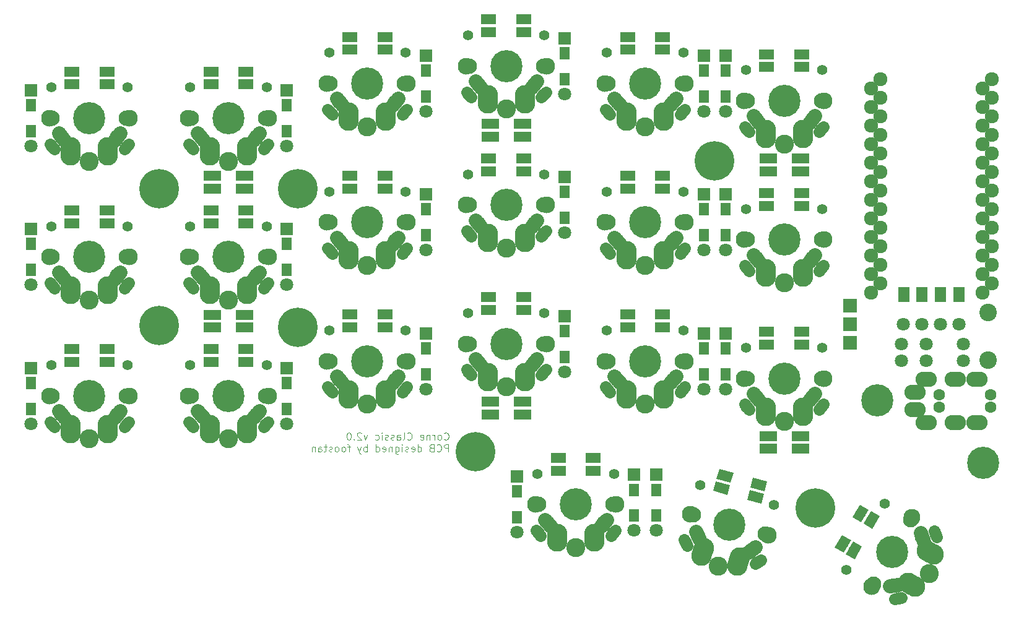
<source format=gbr>
G04 #@! TF.GenerationSoftware,KiCad,Pcbnew,(5.1.4)-1*
G04 #@! TF.CreationDate,2023-05-14T15:43:17-04:00*
G04 #@! TF.ProjectId,corne-classic,636f726e-652d-4636-9c61-737369632e6b,1.1*
G04 #@! TF.SameCoordinates,Original*
G04 #@! TF.FileFunction,Soldermask,Bot*
G04 #@! TF.FilePolarity,Negative*
%FSLAX46Y46*%
G04 Gerber Fmt 4.6, Leading zero omitted, Abs format (unit mm)*
G04 Created by KiCad (PCBNEW (5.1.4)-1) date 2023-05-14 15:43:17*
%MOMM*%
%LPD*%
G04 APERTURE LIST*
%ADD10C,0.125000*%
%ADD11C,1.797000*%
%ADD12O,2.900000X2.100000*%
%ADD13C,1.600000*%
%ADD14R,2.400000X1.400000*%
%ADD15C,1.650000*%
%ADD16C,1.650000*%
%ADD17C,4.400000*%
%ADD18C,2.300000*%
%ADD19C,2.600000*%
%ADD20C,2.800000*%
%ADD21C,1.950000*%
%ADD22C,1.950000*%
%ADD23C,2.100000*%
%ADD24C,1.400000*%
%ADD25C,1.924000*%
%ADD26R,2.000000X1.400000*%
%ADD27C,0.100000*%
%ADD28R,1.797000X1.797000*%
%ADD29R,1.350000X1.700000*%
%ADD30R,1.543000X1.035000*%
%ADD31R,1.924000X1.924000*%
%ADD32C,5.400000*%
%ADD33C,2.400000*%
G04 APERTURE END LIST*
D10*
X118509226Y-121044642D02*
X118556845Y-121092261D01*
X118699702Y-121139880D01*
X118794940Y-121139880D01*
X118937797Y-121092261D01*
X119033035Y-120997023D01*
X119080654Y-120901785D01*
X119128273Y-120711309D01*
X119128273Y-120568452D01*
X119080654Y-120377976D01*
X119033035Y-120282738D01*
X118937797Y-120187500D01*
X118794940Y-120139880D01*
X118699702Y-120139880D01*
X118556845Y-120187500D01*
X118509226Y-120235119D01*
X117937797Y-121139880D02*
X118033035Y-121092261D01*
X118080654Y-121044642D01*
X118128273Y-120949404D01*
X118128273Y-120663690D01*
X118080654Y-120568452D01*
X118033035Y-120520833D01*
X117937797Y-120473214D01*
X117794940Y-120473214D01*
X117699702Y-120520833D01*
X117652083Y-120568452D01*
X117604464Y-120663690D01*
X117604464Y-120949404D01*
X117652083Y-121044642D01*
X117699702Y-121092261D01*
X117794940Y-121139880D01*
X117937797Y-121139880D01*
X117175892Y-121139880D02*
X117175892Y-120473214D01*
X117175892Y-120663690D02*
X117128273Y-120568452D01*
X117080654Y-120520833D01*
X116985416Y-120473214D01*
X116890178Y-120473214D01*
X116556845Y-120473214D02*
X116556845Y-121139880D01*
X116556845Y-120568452D02*
X116509226Y-120520833D01*
X116413988Y-120473214D01*
X116271130Y-120473214D01*
X116175892Y-120520833D01*
X116128273Y-120616071D01*
X116128273Y-121139880D01*
X115271130Y-121092261D02*
X115366369Y-121139880D01*
X115556845Y-121139880D01*
X115652083Y-121092261D01*
X115699702Y-120997023D01*
X115699702Y-120616071D01*
X115652083Y-120520833D01*
X115556845Y-120473214D01*
X115366369Y-120473214D01*
X115271130Y-120520833D01*
X115223511Y-120616071D01*
X115223511Y-120711309D01*
X115699702Y-120806547D01*
X113461607Y-121044642D02*
X113509226Y-121092261D01*
X113652083Y-121139880D01*
X113747321Y-121139880D01*
X113890178Y-121092261D01*
X113985416Y-120997023D01*
X114033035Y-120901785D01*
X114080654Y-120711309D01*
X114080654Y-120568452D01*
X114033035Y-120377976D01*
X113985416Y-120282738D01*
X113890178Y-120187500D01*
X113747321Y-120139880D01*
X113652083Y-120139880D01*
X113509226Y-120187500D01*
X113461607Y-120235119D01*
X112890178Y-121139880D02*
X112985416Y-121092261D01*
X113033035Y-120997023D01*
X113033035Y-120139880D01*
X112080654Y-121139880D02*
X112080654Y-120616071D01*
X112128273Y-120520833D01*
X112223511Y-120473214D01*
X112413988Y-120473214D01*
X112509226Y-120520833D01*
X112080654Y-121092261D02*
X112175892Y-121139880D01*
X112413988Y-121139880D01*
X112509226Y-121092261D01*
X112556845Y-120997023D01*
X112556845Y-120901785D01*
X112509226Y-120806547D01*
X112413988Y-120758928D01*
X112175892Y-120758928D01*
X112080654Y-120711309D01*
X111652083Y-121092261D02*
X111556845Y-121139880D01*
X111366369Y-121139880D01*
X111271130Y-121092261D01*
X111223511Y-120997023D01*
X111223511Y-120949404D01*
X111271130Y-120854166D01*
X111366369Y-120806547D01*
X111509226Y-120806547D01*
X111604464Y-120758928D01*
X111652083Y-120663690D01*
X111652083Y-120616071D01*
X111604464Y-120520833D01*
X111509226Y-120473214D01*
X111366369Y-120473214D01*
X111271130Y-120520833D01*
X110842559Y-121092261D02*
X110747321Y-121139880D01*
X110556845Y-121139880D01*
X110461607Y-121092261D01*
X110413988Y-120997023D01*
X110413988Y-120949404D01*
X110461607Y-120854166D01*
X110556845Y-120806547D01*
X110699702Y-120806547D01*
X110794940Y-120758928D01*
X110842559Y-120663690D01*
X110842559Y-120616071D01*
X110794940Y-120520833D01*
X110699702Y-120473214D01*
X110556845Y-120473214D01*
X110461607Y-120520833D01*
X109985416Y-121139880D02*
X109985416Y-120473214D01*
X109985416Y-120139880D02*
X110033035Y-120187500D01*
X109985416Y-120235119D01*
X109937797Y-120187500D01*
X109985416Y-120139880D01*
X109985416Y-120235119D01*
X109080654Y-121092261D02*
X109175892Y-121139880D01*
X109366369Y-121139880D01*
X109461607Y-121092261D01*
X109509226Y-121044642D01*
X109556845Y-120949404D01*
X109556845Y-120663690D01*
X109509226Y-120568452D01*
X109461607Y-120520833D01*
X109366369Y-120473214D01*
X109175892Y-120473214D01*
X109080654Y-120520833D01*
X107985416Y-120473214D02*
X107747321Y-121139880D01*
X107509226Y-120473214D01*
X107175892Y-120235119D02*
X107128273Y-120187500D01*
X107033035Y-120139880D01*
X106794940Y-120139880D01*
X106699702Y-120187500D01*
X106652083Y-120235119D01*
X106604464Y-120330357D01*
X106604464Y-120425595D01*
X106652083Y-120568452D01*
X107223511Y-121139880D01*
X106604464Y-121139880D01*
X106175892Y-121044642D02*
X106128273Y-121092261D01*
X106175892Y-121139880D01*
X106223511Y-121092261D01*
X106175892Y-121044642D01*
X106175892Y-121139880D01*
X105509226Y-120139880D02*
X105413988Y-120139880D01*
X105318750Y-120187500D01*
X105271130Y-120235119D01*
X105223511Y-120330357D01*
X105175892Y-120520833D01*
X105175892Y-120758928D01*
X105223511Y-120949404D01*
X105271130Y-121044642D01*
X105318750Y-121092261D01*
X105413988Y-121139880D01*
X105509226Y-121139880D01*
X105604464Y-121092261D01*
X105652083Y-121044642D01*
X105699702Y-120949404D01*
X105747321Y-120758928D01*
X105747321Y-120520833D01*
X105699702Y-120330357D01*
X105652083Y-120235119D01*
X105604464Y-120187500D01*
X105509226Y-120139880D01*
X119080654Y-122764880D02*
X119080654Y-121764880D01*
X118699702Y-121764880D01*
X118604464Y-121812500D01*
X118556845Y-121860119D01*
X118509226Y-121955357D01*
X118509226Y-122098214D01*
X118556845Y-122193452D01*
X118604464Y-122241071D01*
X118699702Y-122288690D01*
X119080654Y-122288690D01*
X117509226Y-122669642D02*
X117556845Y-122717261D01*
X117699702Y-122764880D01*
X117794940Y-122764880D01*
X117937797Y-122717261D01*
X118033035Y-122622023D01*
X118080654Y-122526785D01*
X118128273Y-122336309D01*
X118128273Y-122193452D01*
X118080654Y-122002976D01*
X118033035Y-121907738D01*
X117937797Y-121812500D01*
X117794940Y-121764880D01*
X117699702Y-121764880D01*
X117556845Y-121812500D01*
X117509226Y-121860119D01*
X116747321Y-122241071D02*
X116604464Y-122288690D01*
X116556845Y-122336309D01*
X116509226Y-122431547D01*
X116509226Y-122574404D01*
X116556845Y-122669642D01*
X116604464Y-122717261D01*
X116699702Y-122764880D01*
X117080654Y-122764880D01*
X117080654Y-121764880D01*
X116747321Y-121764880D01*
X116652083Y-121812500D01*
X116604464Y-121860119D01*
X116556845Y-121955357D01*
X116556845Y-122050595D01*
X116604464Y-122145833D01*
X116652083Y-122193452D01*
X116747321Y-122241071D01*
X117080654Y-122241071D01*
X114890178Y-122764880D02*
X114890178Y-121764880D01*
X114890178Y-122717261D02*
X114985416Y-122764880D01*
X115175892Y-122764880D01*
X115271130Y-122717261D01*
X115318750Y-122669642D01*
X115366369Y-122574404D01*
X115366369Y-122288690D01*
X115318750Y-122193452D01*
X115271130Y-122145833D01*
X115175892Y-122098214D01*
X114985416Y-122098214D01*
X114890178Y-122145833D01*
X114033035Y-122717261D02*
X114128273Y-122764880D01*
X114318750Y-122764880D01*
X114413988Y-122717261D01*
X114461607Y-122622023D01*
X114461607Y-122241071D01*
X114413988Y-122145833D01*
X114318750Y-122098214D01*
X114128273Y-122098214D01*
X114033035Y-122145833D01*
X113985416Y-122241071D01*
X113985416Y-122336309D01*
X114461607Y-122431547D01*
X113604464Y-122717261D02*
X113509226Y-122764880D01*
X113318750Y-122764880D01*
X113223511Y-122717261D01*
X113175892Y-122622023D01*
X113175892Y-122574404D01*
X113223511Y-122479166D01*
X113318750Y-122431547D01*
X113461607Y-122431547D01*
X113556845Y-122383928D01*
X113604464Y-122288690D01*
X113604464Y-122241071D01*
X113556845Y-122145833D01*
X113461607Y-122098214D01*
X113318750Y-122098214D01*
X113223511Y-122145833D01*
X112747321Y-122764880D02*
X112747321Y-122098214D01*
X112747321Y-121764880D02*
X112794940Y-121812500D01*
X112747321Y-121860119D01*
X112699702Y-121812500D01*
X112747321Y-121764880D01*
X112747321Y-121860119D01*
X111842559Y-122098214D02*
X111842559Y-122907738D01*
X111890178Y-123002976D01*
X111937797Y-123050595D01*
X112033035Y-123098214D01*
X112175892Y-123098214D01*
X112271130Y-123050595D01*
X111842559Y-122717261D02*
X111937797Y-122764880D01*
X112128273Y-122764880D01*
X112223511Y-122717261D01*
X112271130Y-122669642D01*
X112318750Y-122574404D01*
X112318750Y-122288690D01*
X112271130Y-122193452D01*
X112223511Y-122145833D01*
X112128273Y-122098214D01*
X111937797Y-122098214D01*
X111842559Y-122145833D01*
X111366369Y-122098214D02*
X111366369Y-122764880D01*
X111366369Y-122193452D02*
X111318750Y-122145833D01*
X111223511Y-122098214D01*
X111080654Y-122098214D01*
X110985416Y-122145833D01*
X110937797Y-122241071D01*
X110937797Y-122764880D01*
X110080654Y-122717261D02*
X110175892Y-122764880D01*
X110366369Y-122764880D01*
X110461607Y-122717261D01*
X110509226Y-122622023D01*
X110509226Y-122241071D01*
X110461607Y-122145833D01*
X110366369Y-122098214D01*
X110175892Y-122098214D01*
X110080654Y-122145833D01*
X110033035Y-122241071D01*
X110033035Y-122336309D01*
X110509226Y-122431547D01*
X109175892Y-122764880D02*
X109175892Y-121764880D01*
X109175892Y-122717261D02*
X109271130Y-122764880D01*
X109461607Y-122764880D01*
X109556845Y-122717261D01*
X109604464Y-122669642D01*
X109652083Y-122574404D01*
X109652083Y-122288690D01*
X109604464Y-122193452D01*
X109556845Y-122145833D01*
X109461607Y-122098214D01*
X109271130Y-122098214D01*
X109175892Y-122145833D01*
X107937797Y-122764880D02*
X107937797Y-121764880D01*
X107937797Y-122145833D02*
X107842559Y-122098214D01*
X107652083Y-122098214D01*
X107556845Y-122145833D01*
X107509226Y-122193452D01*
X107461607Y-122288690D01*
X107461607Y-122574404D01*
X107509226Y-122669642D01*
X107556845Y-122717261D01*
X107652083Y-122764880D01*
X107842559Y-122764880D01*
X107937797Y-122717261D01*
X107128273Y-122098214D02*
X106890178Y-122764880D01*
X106652083Y-122098214D02*
X106890178Y-122764880D01*
X106985416Y-123002976D01*
X107033035Y-123050595D01*
X107128273Y-123098214D01*
X105652083Y-122098214D02*
X105271130Y-122098214D01*
X105509226Y-122764880D02*
X105509226Y-121907738D01*
X105461607Y-121812500D01*
X105366369Y-121764880D01*
X105271130Y-121764880D01*
X104794940Y-122764880D02*
X104890178Y-122717261D01*
X104937797Y-122669642D01*
X104985416Y-122574404D01*
X104985416Y-122288690D01*
X104937797Y-122193452D01*
X104890178Y-122145833D01*
X104794940Y-122098214D01*
X104652083Y-122098214D01*
X104556845Y-122145833D01*
X104509226Y-122193452D01*
X104461607Y-122288690D01*
X104461607Y-122574404D01*
X104509226Y-122669642D01*
X104556845Y-122717261D01*
X104652083Y-122764880D01*
X104794940Y-122764880D01*
X103890178Y-122764880D02*
X103985416Y-122717261D01*
X104033035Y-122669642D01*
X104080654Y-122574404D01*
X104080654Y-122288690D01*
X104033035Y-122193452D01*
X103985416Y-122145833D01*
X103890178Y-122098214D01*
X103747321Y-122098214D01*
X103652083Y-122145833D01*
X103604464Y-122193452D01*
X103556845Y-122288690D01*
X103556845Y-122574404D01*
X103604464Y-122669642D01*
X103652083Y-122717261D01*
X103747321Y-122764880D01*
X103890178Y-122764880D01*
X103175892Y-122717261D02*
X103080654Y-122764880D01*
X102890178Y-122764880D01*
X102794940Y-122717261D01*
X102747321Y-122622023D01*
X102747321Y-122574404D01*
X102794940Y-122479166D01*
X102890178Y-122431547D01*
X103033035Y-122431547D01*
X103128273Y-122383928D01*
X103175892Y-122288690D01*
X103175892Y-122241071D01*
X103128273Y-122145833D01*
X103033035Y-122098214D01*
X102890178Y-122098214D01*
X102794940Y-122145833D01*
X102461607Y-122098214D02*
X102080654Y-122098214D01*
X102318750Y-121764880D02*
X102318750Y-122622023D01*
X102271130Y-122717261D01*
X102175892Y-122764880D01*
X102080654Y-122764880D01*
X101318750Y-122764880D02*
X101318750Y-122241071D01*
X101366369Y-122145833D01*
X101461607Y-122098214D01*
X101652083Y-122098214D01*
X101747321Y-122145833D01*
X101318750Y-122717261D02*
X101413988Y-122764880D01*
X101652083Y-122764880D01*
X101747321Y-122717261D01*
X101794940Y-122622023D01*
X101794940Y-122526785D01*
X101747321Y-122431547D01*
X101652083Y-122383928D01*
X101413988Y-122383928D01*
X101318750Y-122336309D01*
X100842559Y-122098214D02*
X100842559Y-122764880D01*
X100842559Y-122193452D02*
X100794940Y-122145833D01*
X100699702Y-122098214D01*
X100556845Y-122098214D01*
X100461607Y-122145833D01*
X100413988Y-122241071D01*
X100413988Y-122764880D01*
D11*
X188920000Y-105300000D03*
X186380000Y-105300000D03*
X183840000Y-105300000D03*
X181300000Y-105300000D03*
D12*
X182900000Y-114600000D03*
X184400000Y-118800000D03*
X188400000Y-118800000D03*
X191400000Y-118800000D03*
D13*
X186200000Y-116700000D03*
X193200000Y-116700000D03*
D12*
X188400000Y-112850000D03*
X191400000Y-112850000D03*
X182900000Y-117050000D03*
X184400000Y-112850000D03*
D13*
X193200000Y-114950000D03*
X186200000Y-114950000D03*
D14*
X162800000Y-122375000D03*
X162800000Y-120625000D03*
X167200000Y-120625000D03*
X167200000Y-122375000D03*
X167200000Y-82625000D03*
X167200000Y-84375000D03*
X162800000Y-84375000D03*
X162800000Y-82625000D03*
X129200000Y-77925000D03*
X129200000Y-79675000D03*
X124800000Y-79675000D03*
X124800000Y-77925000D03*
X91200000Y-85025000D03*
X91200000Y-86775000D03*
X86800000Y-86775000D03*
X86800000Y-85025000D03*
X86800000Y-105775000D03*
X86800000Y-104025000D03*
X91200000Y-104025000D03*
X91200000Y-105775000D03*
X124800000Y-117675000D03*
X124800000Y-115925000D03*
X129200000Y-115925000D03*
X129200000Y-117675000D03*
D15*
X180577499Y-142866730D03*
D16*
X181045283Y-142784247D02*
X180109715Y-142949213D01*
D17*
X179750000Y-136500000D03*
D18*
X182500000Y-131736860D03*
X177000000Y-141263140D03*
D15*
X185677499Y-134033270D03*
D16*
X185515039Y-133586916D02*
X185839959Y-134479624D01*
D19*
X184859550Y-139450000D03*
D20*
X182879409Y-141239705D03*
D21*
X183854705Y-134470443D03*
D22*
X183640942Y-133883135D02*
X184068468Y-135057751D01*
D20*
X185419409Y-136840295D03*
D21*
X180044705Y-141069557D03*
D22*
X180660210Y-140961027D02*
X179429200Y-141178087D01*
D20*
X182377114Y-140949705D03*
X181944102Y-140699705D03*
X184484102Y-136300295D03*
X184917113Y-136550295D03*
D23*
X177210000Y-140899409D03*
X182290000Y-132100591D03*
D24*
X173502693Y-138920653D03*
X178722693Y-129879347D03*
D25*
X192100000Y-73042000D03*
X192100000Y-75582000D03*
X192100000Y-78122000D03*
X192100000Y-80662000D03*
X192100000Y-83202000D03*
X192100000Y-85742000D03*
X192100000Y-88282000D03*
X192100000Y-90822000D03*
X192100000Y-93362000D03*
X192100000Y-95902000D03*
X192100000Y-98442000D03*
X192100000Y-100982000D03*
X176860000Y-100982000D03*
X176860000Y-98442000D03*
X176860000Y-95902000D03*
X176860000Y-93362000D03*
X176860000Y-90822000D03*
X176860000Y-88282000D03*
X176860000Y-85742000D03*
X176860000Y-83202000D03*
X176860000Y-80662000D03*
X176860000Y-78122000D03*
X176860000Y-75582000D03*
X176860000Y-73042000D03*
X193406400Y-71772000D03*
X193406400Y-74312000D03*
X193406400Y-76852000D03*
X193406400Y-79392000D03*
X193406400Y-81932000D03*
X193406400Y-84472000D03*
X193406400Y-87012000D03*
X193406400Y-89552000D03*
X193406400Y-92092000D03*
X193406400Y-94632000D03*
X193406400Y-97172000D03*
X193406400Y-99712000D03*
X178186400Y-99712000D03*
X178186400Y-97172000D03*
X178186400Y-94632000D03*
X178186400Y-92092000D03*
X178186400Y-89552000D03*
X178186400Y-87012000D03*
X178186400Y-84472000D03*
X178186400Y-81932000D03*
X178186400Y-79392000D03*
X178186400Y-76852000D03*
X178186400Y-74312000D03*
X178186400Y-71772000D03*
D26*
X67600000Y-72500000D03*
X67600000Y-70750000D03*
X72400000Y-70750000D03*
X72400000Y-72500000D03*
X86600000Y-72500000D03*
X86600000Y-70750000D03*
X91400000Y-70750000D03*
X91400000Y-72500000D03*
X105600000Y-67750000D03*
X105600000Y-66000000D03*
X110400000Y-66000000D03*
X110400000Y-67750000D03*
X124600000Y-65375000D03*
X124600000Y-63625000D03*
X129400000Y-63625000D03*
X129400000Y-65375000D03*
X143600000Y-67750000D03*
X143600000Y-66000000D03*
X148400000Y-66000000D03*
X148400000Y-67750000D03*
X162600000Y-70125000D03*
X162600000Y-68375000D03*
X167400000Y-68375000D03*
X167400000Y-70125000D03*
X67600000Y-91500000D03*
X67600000Y-89750000D03*
X72400000Y-89750000D03*
X72400000Y-91500000D03*
X86600000Y-91500000D03*
X86600000Y-89750000D03*
X91400000Y-89750000D03*
X91400000Y-91500000D03*
X105600000Y-86750000D03*
X105600000Y-85000000D03*
X110400000Y-85000000D03*
X110400000Y-86750000D03*
X124600000Y-84375000D03*
X124600000Y-82625000D03*
X129400000Y-82625000D03*
X129400000Y-84375000D03*
X143600000Y-86750000D03*
X143600000Y-85000000D03*
X148400000Y-85000000D03*
X148400000Y-86750000D03*
X162600000Y-89125000D03*
X162600000Y-87375000D03*
X167400000Y-87375000D03*
X167400000Y-89125000D03*
X67600000Y-110500000D03*
X67600000Y-108750000D03*
X72400000Y-108750000D03*
X72400000Y-110500000D03*
X86600000Y-110500000D03*
X86600000Y-108750000D03*
X91400000Y-108750000D03*
X91400000Y-110500000D03*
X105600000Y-105750000D03*
X105600000Y-104000000D03*
X110400000Y-104000000D03*
X110400000Y-105750000D03*
X124600000Y-103375000D03*
X124600000Y-101625000D03*
X129400000Y-101625000D03*
X129400000Y-103375000D03*
X143600000Y-105750000D03*
X143600000Y-104000000D03*
X148400000Y-104000000D03*
X148400000Y-105750000D03*
X162600000Y-108125000D03*
X162600000Y-106375000D03*
X167400000Y-106375000D03*
X167400000Y-108125000D03*
X134100000Y-125375000D03*
X134100000Y-123625000D03*
X138900000Y-123625000D03*
X138900000Y-125375000D03*
D24*
X156455311Y-127724019D03*
D27*
G36*
X155308212Y-128141348D02*
G01*
X155670559Y-126789052D01*
X157602410Y-127306690D01*
X157240063Y-128658986D01*
X155308212Y-128141348D01*
X155308212Y-128141348D01*
G37*
D24*
X156908245Y-126033649D03*
D27*
G36*
X155761146Y-126450978D02*
G01*
X156123493Y-125098682D01*
X158055344Y-125616320D01*
X157692997Y-126968616D01*
X155761146Y-126450978D01*
X155761146Y-126450978D01*
G37*
D24*
X161544689Y-127275981D03*
D27*
G36*
X160397590Y-127693310D02*
G01*
X160759937Y-126341014D01*
X162691788Y-126858652D01*
X162329441Y-128210948D01*
X160397590Y-127693310D01*
X160397590Y-127693310D01*
G37*
D24*
X161091755Y-128966351D03*
D27*
G36*
X159944656Y-129383680D02*
G01*
X160307003Y-128031384D01*
X162238854Y-128549022D01*
X161876507Y-129901318D01*
X159944656Y-129383680D01*
X159944656Y-129383680D01*
G37*
D24*
X175442228Y-131234039D03*
D27*
G36*
X175336010Y-130018014D02*
G01*
X176548446Y-130718014D01*
X175548446Y-132450064D01*
X174336010Y-131750064D01*
X175336010Y-130018014D01*
X175336010Y-130018014D01*
G37*
D24*
X176957772Y-132109039D03*
D27*
G36*
X176851554Y-130893014D02*
G01*
X178063990Y-131593014D01*
X177063990Y-133325064D01*
X175851554Y-132625064D01*
X176851554Y-130893014D01*
X176851554Y-130893014D01*
G37*
D24*
X174557772Y-136265961D03*
D27*
G36*
X174451554Y-135049936D02*
G01*
X175663990Y-135749936D01*
X174663990Y-137481986D01*
X173451554Y-136781986D01*
X174451554Y-135049936D01*
X174451554Y-135049936D01*
G37*
D24*
X173042228Y-135390961D03*
D27*
G36*
X172936010Y-134174936D02*
G01*
X174148446Y-134874936D01*
X173148446Y-136606986D01*
X171936010Y-135906986D01*
X172936010Y-134174936D01*
X172936010Y-134174936D01*
G37*
D11*
X62000000Y-80935000D03*
D28*
X62000000Y-73315000D03*
D29*
X62000000Y-75350000D03*
X62000000Y-78900000D03*
D11*
X97000000Y-80935000D03*
D28*
X97000000Y-73315000D03*
D29*
X97000000Y-75350000D03*
X97000000Y-78900000D03*
D11*
X116000000Y-76185000D03*
D28*
X116000000Y-68565000D03*
D29*
X116000000Y-70600000D03*
X116000000Y-74150000D03*
D11*
X135000000Y-73810000D03*
D28*
X135000000Y-66190000D03*
D29*
X135000000Y-68225000D03*
X135000000Y-71775000D03*
D11*
X154000000Y-76185000D03*
D28*
X154000000Y-68565000D03*
D29*
X154000000Y-70600000D03*
X154000000Y-74150000D03*
D11*
X157000000Y-76185000D03*
D28*
X157000000Y-68565000D03*
D29*
X157000000Y-70600000D03*
X157000000Y-74150000D03*
D11*
X62000000Y-99935000D03*
D28*
X62000000Y-92315000D03*
D29*
X62000000Y-94350000D03*
X62000000Y-97900000D03*
D11*
X97000000Y-99935000D03*
D28*
X97000000Y-92315000D03*
D29*
X97000000Y-94350000D03*
X97000000Y-97900000D03*
D11*
X116000000Y-95185000D03*
D28*
X116000000Y-87565000D03*
D29*
X116000000Y-89600000D03*
X116000000Y-93150000D03*
D11*
X135000000Y-92810000D03*
D28*
X135000000Y-85190000D03*
D29*
X135000000Y-87225000D03*
X135000000Y-90775000D03*
D11*
X154000000Y-95185000D03*
D28*
X154000000Y-87565000D03*
D29*
X154000000Y-89600000D03*
X154000000Y-93150000D03*
D11*
X157000000Y-95185000D03*
D28*
X157000000Y-87565000D03*
D29*
X157000000Y-89600000D03*
X157000000Y-93150000D03*
D11*
X62000000Y-118935000D03*
D28*
X62000000Y-111315000D03*
D29*
X62000000Y-113350000D03*
X62000000Y-116900000D03*
D11*
X97000000Y-118935000D03*
D28*
X97000000Y-111315000D03*
D29*
X97000000Y-113350000D03*
X97000000Y-116900000D03*
D11*
X116000000Y-114185000D03*
D28*
X116000000Y-106565000D03*
D29*
X116000000Y-108600000D03*
X116000000Y-112150000D03*
D11*
X135000000Y-111810000D03*
D28*
X135000000Y-104190000D03*
D29*
X135000000Y-106225000D03*
X135000000Y-109775000D03*
D11*
X157000000Y-114185000D03*
D28*
X157000000Y-106565000D03*
D29*
X157000000Y-108600000D03*
X157000000Y-112150000D03*
D11*
X128500000Y-133810000D03*
D28*
X128500000Y-126190000D03*
D29*
X128500000Y-128225000D03*
X128500000Y-131775000D03*
D11*
X144500000Y-133560000D03*
D28*
X144500000Y-125940000D03*
D29*
X144500000Y-127975000D03*
X144500000Y-131525000D03*
D11*
X147500000Y-133560000D03*
D28*
X147500000Y-125940000D03*
D29*
X147500000Y-127975000D03*
X147500000Y-131525000D03*
D11*
X154000000Y-114185000D03*
D28*
X154000000Y-106565000D03*
D29*
X154000000Y-108600000D03*
X154000000Y-112150000D03*
D24*
X75220000Y-72925000D03*
X64780000Y-72925000D03*
D23*
X75080000Y-77125000D03*
X64920000Y-77125000D03*
D20*
X72540000Y-81625000D03*
X72540000Y-81125000D03*
X67460000Y-81125000D03*
X67460000Y-81625000D03*
D21*
X66190000Y-79665000D03*
D22*
X66591742Y-80143778D02*
X65788258Y-79186222D01*
D20*
X72540000Y-82205000D03*
D21*
X73810000Y-79665000D03*
D22*
X74211742Y-79186222D02*
X73408258Y-80143778D01*
D20*
X67460000Y-82205000D03*
D19*
X70000000Y-83025000D03*
D15*
X75100000Y-81025000D03*
D16*
X75405324Y-80661129D02*
X74794676Y-81388871D01*
D18*
X64500000Y-77125000D03*
X75500000Y-77125000D03*
D17*
X70000000Y-77125000D03*
D15*
X64900000Y-81025000D03*
D16*
X65205324Y-81388871D02*
X64594676Y-80661129D01*
D24*
X94220000Y-72925000D03*
X83780000Y-72925000D03*
D23*
X94080000Y-77125000D03*
X83920000Y-77125000D03*
D20*
X91540000Y-81625000D03*
X91540000Y-81125000D03*
X86460000Y-81125000D03*
X86460000Y-81625000D03*
D21*
X85190000Y-79665000D03*
D22*
X85591742Y-80143778D02*
X84788258Y-79186222D01*
D20*
X91540000Y-82205000D03*
D21*
X92810000Y-79665000D03*
D22*
X93211742Y-79186222D02*
X92408258Y-80143778D01*
D20*
X86460000Y-82205000D03*
D19*
X89000000Y-83025000D03*
D15*
X94100000Y-81025000D03*
D16*
X94405324Y-80661129D02*
X93794676Y-81388871D01*
D18*
X83500000Y-77125000D03*
X94500000Y-77125000D03*
D17*
X89000000Y-77125000D03*
D15*
X83900000Y-81025000D03*
D16*
X84205324Y-81388871D02*
X83594676Y-80661129D01*
D24*
X113220000Y-68175000D03*
X102780000Y-68175000D03*
D23*
X113080000Y-72375000D03*
X102920000Y-72375000D03*
D20*
X110540000Y-76875000D03*
X110540000Y-76375000D03*
X105460000Y-76375000D03*
X105460000Y-76875000D03*
D21*
X104190000Y-74915000D03*
D22*
X104591742Y-75393778D02*
X103788258Y-74436222D01*
D20*
X110540000Y-77455000D03*
D21*
X111810000Y-74915000D03*
D22*
X112211742Y-74436222D02*
X111408258Y-75393778D01*
D20*
X105460000Y-77455000D03*
D19*
X108000000Y-78275000D03*
D15*
X113100000Y-76275000D03*
D16*
X113405324Y-75911129D02*
X112794676Y-76638871D01*
D18*
X102500000Y-72375000D03*
X113500000Y-72375000D03*
D17*
X108000000Y-72375000D03*
D15*
X102900000Y-76275000D03*
D16*
X103205324Y-76638871D02*
X102594676Y-75911129D01*
D24*
X132220000Y-65800000D03*
X121780000Y-65800000D03*
D23*
X132080000Y-70000000D03*
X121920000Y-70000000D03*
D20*
X129540000Y-74500000D03*
X129540000Y-74000000D03*
X124460000Y-74000000D03*
X124460000Y-74500000D03*
D21*
X123190000Y-72540000D03*
D22*
X123591742Y-73018778D02*
X122788258Y-72061222D01*
D20*
X129540000Y-75080000D03*
D21*
X130810000Y-72540000D03*
D22*
X131211742Y-72061222D02*
X130408258Y-73018778D01*
D20*
X124460000Y-75080000D03*
D19*
X127000000Y-75900000D03*
D15*
X132100000Y-73900000D03*
D16*
X132405324Y-73536129D02*
X131794676Y-74263871D01*
D18*
X121500000Y-70000000D03*
X132500000Y-70000000D03*
D17*
X127000000Y-70000000D03*
D15*
X121900000Y-73900000D03*
D16*
X122205324Y-74263871D02*
X121594676Y-73536129D01*
D24*
X151220000Y-68175000D03*
X140780000Y-68175000D03*
D23*
X151080000Y-72375000D03*
X140920000Y-72375000D03*
D20*
X148540000Y-76875000D03*
X148540000Y-76375000D03*
X143460000Y-76375000D03*
X143460000Y-76875000D03*
D21*
X142190000Y-74915000D03*
D22*
X142591742Y-75393778D02*
X141788258Y-74436222D01*
D20*
X148540000Y-77455000D03*
D21*
X149810000Y-74915000D03*
D22*
X150211742Y-74436222D02*
X149408258Y-75393778D01*
D20*
X143460000Y-77455000D03*
D19*
X146000000Y-78275000D03*
D15*
X151100000Y-76275000D03*
D16*
X151405324Y-75911129D02*
X150794676Y-76638871D01*
D18*
X140500000Y-72375000D03*
X151500000Y-72375000D03*
D17*
X146000000Y-72375000D03*
D15*
X140900000Y-76275000D03*
D16*
X141205324Y-76638871D02*
X140594676Y-75911129D01*
D24*
X170220000Y-70550000D03*
X159780000Y-70550000D03*
D23*
X170080000Y-74750000D03*
X159920000Y-74750000D03*
D20*
X167540000Y-79250000D03*
X167540000Y-78750000D03*
X162460000Y-78750000D03*
X162460000Y-79250000D03*
D21*
X161190000Y-77290000D03*
D22*
X161591742Y-77768778D02*
X160788258Y-76811222D01*
D20*
X167540000Y-79830000D03*
D21*
X168810000Y-77290000D03*
D22*
X169211742Y-76811222D02*
X168408258Y-77768778D01*
D20*
X162460000Y-79830000D03*
D19*
X165000000Y-80650000D03*
D15*
X170100000Y-78650000D03*
D16*
X170405324Y-78286129D02*
X169794676Y-79013871D01*
D18*
X159500000Y-74750000D03*
X170500000Y-74750000D03*
D17*
X165000000Y-74750000D03*
D15*
X159900000Y-78650000D03*
D16*
X160205324Y-79013871D02*
X159594676Y-78286129D01*
D24*
X75220000Y-91925000D03*
X64780000Y-91925000D03*
D23*
X75080000Y-96125000D03*
X64920000Y-96125000D03*
D20*
X72540000Y-100625000D03*
X72540000Y-100125000D03*
X67460000Y-100125000D03*
X67460000Y-100625000D03*
D21*
X66190000Y-98665000D03*
D22*
X66591742Y-99143778D02*
X65788258Y-98186222D01*
D20*
X72540000Y-101205000D03*
D21*
X73810000Y-98665000D03*
D22*
X74211742Y-98186222D02*
X73408258Y-99143778D01*
D20*
X67460000Y-101205000D03*
D19*
X70000000Y-102025000D03*
D15*
X75100000Y-100025000D03*
D16*
X75405324Y-99661129D02*
X74794676Y-100388871D01*
D18*
X64500000Y-96125000D03*
X75500000Y-96125000D03*
D17*
X70000000Y-96125000D03*
D15*
X64900000Y-100025000D03*
D16*
X65205324Y-100388871D02*
X64594676Y-99661129D01*
D24*
X94220000Y-91925000D03*
X83780000Y-91925000D03*
D23*
X94080000Y-96125000D03*
X83920000Y-96125000D03*
D20*
X91540000Y-100625000D03*
X91540000Y-100125000D03*
X86460000Y-100125000D03*
X86460000Y-100625000D03*
D21*
X85190000Y-98665000D03*
D22*
X85591742Y-99143778D02*
X84788258Y-98186222D01*
D20*
X91540000Y-101205000D03*
D21*
X92810000Y-98665000D03*
D22*
X93211742Y-98186222D02*
X92408258Y-99143778D01*
D20*
X86460000Y-101205000D03*
D19*
X89000000Y-102025000D03*
D15*
X94100000Y-100025000D03*
D16*
X94405324Y-99661129D02*
X93794676Y-100388871D01*
D18*
X83500000Y-96125000D03*
X94500000Y-96125000D03*
D17*
X89000000Y-96125000D03*
D15*
X83900000Y-100025000D03*
D16*
X84205324Y-100388871D02*
X83594676Y-99661129D01*
D24*
X113220000Y-87175000D03*
X102780000Y-87175000D03*
D23*
X113080000Y-91375000D03*
X102920000Y-91375000D03*
D20*
X110540000Y-95875000D03*
X110540000Y-95375000D03*
X105460000Y-95375000D03*
X105460000Y-95875000D03*
D21*
X104190000Y-93915000D03*
D22*
X104591742Y-94393778D02*
X103788258Y-93436222D01*
D20*
X110540000Y-96455000D03*
D21*
X111810000Y-93915000D03*
D22*
X112211742Y-93436222D02*
X111408258Y-94393778D01*
D20*
X105460000Y-96455000D03*
D19*
X108000000Y-97275000D03*
D15*
X113100000Y-95275000D03*
D16*
X113405324Y-94911129D02*
X112794676Y-95638871D01*
D18*
X102500000Y-91375000D03*
X113500000Y-91375000D03*
D17*
X108000000Y-91375000D03*
D15*
X102900000Y-95275000D03*
D16*
X103205324Y-95638871D02*
X102594676Y-94911129D01*
D24*
X132220000Y-84800000D03*
X121780000Y-84800000D03*
D23*
X132080000Y-89000000D03*
X121920000Y-89000000D03*
D20*
X129540000Y-93500000D03*
X129540000Y-93000000D03*
X124460000Y-93000000D03*
X124460000Y-93500000D03*
D21*
X123190000Y-91540000D03*
D22*
X123591742Y-92018778D02*
X122788258Y-91061222D01*
D20*
X129540000Y-94080000D03*
D21*
X130810000Y-91540000D03*
D22*
X131211742Y-91061222D02*
X130408258Y-92018778D01*
D20*
X124460000Y-94080000D03*
D19*
X127000000Y-94900000D03*
D15*
X132100000Y-92900000D03*
D16*
X132405324Y-92536129D02*
X131794676Y-93263871D01*
D18*
X121500000Y-89000000D03*
X132500000Y-89000000D03*
D17*
X127000000Y-89000000D03*
D15*
X121900000Y-92900000D03*
D16*
X122205324Y-93263871D02*
X121594676Y-92536129D01*
D24*
X151220000Y-87175000D03*
X140780000Y-87175000D03*
D23*
X151080000Y-91375000D03*
X140920000Y-91375000D03*
D20*
X148540000Y-95875000D03*
X148540000Y-95375000D03*
X143460000Y-95375000D03*
X143460000Y-95875000D03*
D21*
X142190000Y-93915000D03*
D22*
X142591742Y-94393778D02*
X141788258Y-93436222D01*
D20*
X148540000Y-96455000D03*
D21*
X149810000Y-93915000D03*
D22*
X150211742Y-93436222D02*
X149408258Y-94393778D01*
D20*
X143460000Y-96455000D03*
D19*
X146000000Y-97275000D03*
D15*
X151100000Y-95275000D03*
D16*
X151405324Y-94911129D02*
X150794676Y-95638871D01*
D18*
X140500000Y-91375000D03*
X151500000Y-91375000D03*
D17*
X146000000Y-91375000D03*
D15*
X140900000Y-95275000D03*
D16*
X141205324Y-95638871D02*
X140594676Y-94911129D01*
D24*
X170220000Y-89550000D03*
X159780000Y-89550000D03*
D23*
X170080000Y-93750000D03*
X159920000Y-93750000D03*
D20*
X167540000Y-98250000D03*
X167540000Y-97750000D03*
X162460000Y-97750000D03*
X162460000Y-98250000D03*
D21*
X161190000Y-96290000D03*
D22*
X161591742Y-96768778D02*
X160788258Y-95811222D01*
D20*
X167540000Y-98830000D03*
D21*
X168810000Y-96290000D03*
D22*
X169211742Y-95811222D02*
X168408258Y-96768778D01*
D20*
X162460000Y-98830000D03*
D19*
X165000000Y-99650000D03*
D15*
X170100000Y-97650000D03*
D16*
X170405324Y-97286129D02*
X169794676Y-98013871D01*
D18*
X159500000Y-93750000D03*
X170500000Y-93750000D03*
D17*
X165000000Y-93750000D03*
D15*
X159900000Y-97650000D03*
D16*
X160205324Y-98013871D02*
X159594676Y-97286129D01*
D24*
X75220000Y-110925000D03*
X64780000Y-110925000D03*
D23*
X75080000Y-115125000D03*
X64920000Y-115125000D03*
D20*
X72540000Y-119625000D03*
X72540000Y-119125000D03*
X67460000Y-119125000D03*
X67460000Y-119625000D03*
D21*
X66190000Y-117665000D03*
D22*
X66591742Y-118143778D02*
X65788258Y-117186222D01*
D20*
X72540000Y-120205000D03*
D21*
X73810000Y-117665000D03*
D22*
X74211742Y-117186222D02*
X73408258Y-118143778D01*
D20*
X67460000Y-120205000D03*
D19*
X70000000Y-121025000D03*
D15*
X75100000Y-119025000D03*
D16*
X75405324Y-118661129D02*
X74794676Y-119388871D01*
D18*
X64500000Y-115125000D03*
X75500000Y-115125000D03*
D17*
X70000000Y-115125000D03*
D15*
X64900000Y-119025000D03*
D16*
X65205324Y-119388871D02*
X64594676Y-118661129D01*
D24*
X94220000Y-110925000D03*
X83780000Y-110925000D03*
D23*
X94080000Y-115125000D03*
X83920000Y-115125000D03*
D20*
X91540000Y-119625000D03*
X91540000Y-119125000D03*
X86460000Y-119125000D03*
X86460000Y-119625000D03*
D21*
X85190000Y-117665000D03*
D22*
X85591742Y-118143778D02*
X84788258Y-117186222D01*
D20*
X91540000Y-120205000D03*
D21*
X92810000Y-117665000D03*
D22*
X93211742Y-117186222D02*
X92408258Y-118143778D01*
D20*
X86460000Y-120205000D03*
D19*
X89000000Y-121025000D03*
D15*
X94100000Y-119025000D03*
D16*
X94405324Y-118661129D02*
X93794676Y-119388871D01*
D18*
X83500000Y-115125000D03*
X94500000Y-115125000D03*
D17*
X89000000Y-115125000D03*
D15*
X83900000Y-119025000D03*
D16*
X84205324Y-119388871D02*
X83594676Y-118661129D01*
D24*
X113220000Y-106175000D03*
X102780000Y-106175000D03*
D23*
X113080000Y-110375000D03*
X102920000Y-110375000D03*
D20*
X110540000Y-114875000D03*
X110540000Y-114375000D03*
X105460000Y-114375000D03*
X105460000Y-114875000D03*
D21*
X104190000Y-112915000D03*
D22*
X104591742Y-113393778D02*
X103788258Y-112436222D01*
D20*
X110540000Y-115455000D03*
D21*
X111810000Y-112915000D03*
D22*
X112211742Y-112436222D02*
X111408258Y-113393778D01*
D20*
X105460000Y-115455000D03*
D19*
X108000000Y-116275000D03*
D15*
X113100000Y-114275000D03*
D16*
X113405324Y-113911129D02*
X112794676Y-114638871D01*
D18*
X102500000Y-110375000D03*
X113500000Y-110375000D03*
D17*
X108000000Y-110375000D03*
D15*
X102900000Y-114275000D03*
D16*
X103205324Y-114638871D02*
X102594676Y-113911129D01*
D24*
X151220000Y-106175000D03*
X140780000Y-106175000D03*
D23*
X151080000Y-110375000D03*
X140920000Y-110375000D03*
D20*
X148540000Y-114875000D03*
X148540000Y-114375000D03*
X143460000Y-114375000D03*
X143460000Y-114875000D03*
D21*
X142190000Y-112915000D03*
D22*
X142591742Y-113393778D02*
X141788258Y-112436222D01*
D20*
X148540000Y-115455000D03*
D21*
X149810000Y-112915000D03*
D22*
X150211742Y-112436222D02*
X149408258Y-113393778D01*
D20*
X143460000Y-115455000D03*
D19*
X146000000Y-116275000D03*
D15*
X151100000Y-114275000D03*
D16*
X151405324Y-113911129D02*
X150794676Y-114638871D01*
D18*
X140500000Y-110375000D03*
X151500000Y-110375000D03*
D17*
X146000000Y-110375000D03*
D15*
X140900000Y-114275000D03*
D16*
X141205324Y-114638871D02*
X140594676Y-113911129D01*
D24*
X170220000Y-108550000D03*
X159780000Y-108550000D03*
D23*
X170080000Y-112750000D03*
X159920000Y-112750000D03*
D20*
X167540000Y-117250000D03*
X167540000Y-116750000D03*
X162460000Y-116750000D03*
X162460000Y-117250000D03*
D21*
X161190000Y-115290000D03*
D22*
X161591742Y-115768778D02*
X160788258Y-114811222D01*
D20*
X167540000Y-117830000D03*
D21*
X168810000Y-115290000D03*
D22*
X169211742Y-114811222D02*
X168408258Y-115768778D01*
D20*
X162460000Y-117830000D03*
D19*
X165000000Y-118650000D03*
D15*
X170100000Y-116650000D03*
D16*
X170405324Y-116286129D02*
X169794676Y-117013871D01*
D18*
X159500000Y-112750000D03*
X170500000Y-112750000D03*
D17*
X165000000Y-112750000D03*
D15*
X159900000Y-116650000D03*
D16*
X160205324Y-117013871D02*
X159594676Y-116286129D01*
D24*
X141720000Y-125800000D03*
X131280000Y-125800000D03*
D23*
X141580000Y-130000000D03*
X131420000Y-130000000D03*
D20*
X139040000Y-134500000D03*
X139040000Y-134000000D03*
X133960000Y-134000000D03*
X133960000Y-134500000D03*
D21*
X132690000Y-132540000D03*
D22*
X133091742Y-133018778D02*
X132288258Y-132061222D01*
D20*
X139040000Y-135080000D03*
D21*
X140310000Y-132540000D03*
D22*
X140711742Y-132061222D02*
X139908258Y-133018778D01*
D20*
X133960000Y-135080000D03*
D19*
X136500000Y-135900000D03*
D15*
X141600000Y-133900000D03*
D16*
X141905324Y-133536129D02*
X141294676Y-134263871D01*
D18*
X131000000Y-130000000D03*
X142000000Y-130000000D03*
D17*
X136500000Y-130000000D03*
D15*
X131400000Y-133900000D03*
D16*
X131705324Y-134263871D02*
X131094676Y-133536129D01*
D24*
X163629173Y-130044147D03*
X153544907Y-127342076D03*
D23*
X162406903Y-134064801D03*
X152593097Y-131435199D03*
D20*
X158788766Y-137754067D03*
X158918175Y-137271104D03*
X154011272Y-135956303D03*
X153881863Y-136439266D03*
D21*
X153162422Y-134217351D03*
D22*
X153426558Y-134783793D02*
X152898286Y-133650909D01*
D20*
X158638651Y-138314304D03*
D21*
X160522777Y-136189552D03*
D22*
X161034747Y-135831067D02*
X160010807Y-136548037D01*
D20*
X153731748Y-136999503D03*
D19*
X155972968Y-138448962D03*
D15*
X161416827Y-137837088D03*
D16*
X161805924Y-137564639D02*
X161027730Y-138109537D01*
D18*
X152187408Y-131326495D03*
X162812592Y-134173505D03*
D17*
X157500000Y-132750000D03*
D15*
X151564384Y-135197134D03*
D16*
X151765128Y-135627630D02*
X151363640Y-134766638D01*
D24*
X132220000Y-103800000D03*
X121780000Y-103800000D03*
D23*
X132080000Y-108000000D03*
X121920000Y-108000000D03*
D20*
X129540000Y-112500000D03*
X129540000Y-112000000D03*
X124460000Y-112000000D03*
X124460000Y-112500000D03*
D21*
X123190000Y-110540000D03*
D22*
X123591742Y-111018778D02*
X122788258Y-110061222D01*
D20*
X129540000Y-113080000D03*
D21*
X130810000Y-110540000D03*
D22*
X131211742Y-110061222D02*
X130408258Y-111018778D01*
D20*
X124460000Y-113080000D03*
D19*
X127000000Y-113900000D03*
D15*
X132100000Y-111900000D03*
D16*
X132405324Y-111536129D02*
X131794676Y-112263871D01*
D18*
X121500000Y-108000000D03*
X132500000Y-108000000D03*
D17*
X127000000Y-108000000D03*
D15*
X121900000Y-111900000D03*
D16*
X122205324Y-112263871D02*
X121594676Y-111536129D01*
D11*
X189540000Y-108000000D03*
X184460000Y-108000000D03*
X189540000Y-110300000D03*
X184460000Y-110300000D03*
D30*
X188875000Y-100749620D03*
X188875000Y-101750380D03*
X186375000Y-100749620D03*
X186375000Y-101750380D03*
X183875000Y-100749620D03*
X183875000Y-101750380D03*
X181375000Y-100749620D03*
X181375000Y-101750380D03*
D31*
X174000000Y-102820000D03*
X174000000Y-105360000D03*
X174000000Y-107900000D03*
D32*
X79500000Y-105500000D03*
D17*
X177750000Y-115750000D03*
X192250000Y-124250000D03*
D32*
X79500000Y-86750000D03*
X98500000Y-86750000D03*
X98500000Y-105750000D03*
X155500000Y-83000000D03*
X122750000Y-122750000D03*
X169250000Y-130500000D03*
D11*
X181000000Y-108000000D03*
X181000000Y-110300000D03*
D33*
X192900000Y-103750000D03*
X192900000Y-110250000D03*
M02*

</source>
